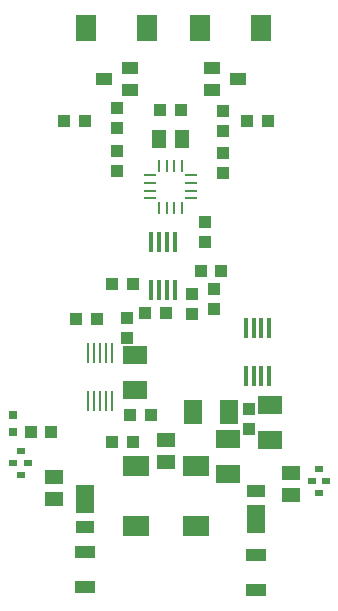
<source format=gbr>
G04 EAGLE Gerber RS-274X export*
G75*
%MOMM*%
%FSLAX34Y34*%
%LPD*%
%INSolderpaste Top*%
%IPPOS*%
%AMOC8*
5,1,8,0,0,1.08239X$1,22.5*%
G01*
%ADD10R,0.800000X0.800000*%
%ADD11R,1.000000X1.100000*%
%ADD12R,0.254000X1.066800*%
%ADD13R,1.066800X0.254000*%
%ADD14R,0.279400X1.778000*%
%ADD15R,0.431800X1.778000*%
%ADD16R,1.800000X2.200000*%
%ADD17R,1.400000X1.000000*%
%ADD18R,1.100000X1.000000*%
%ADD19R,1.300000X1.500000*%
%ADD20R,2.200000X1.800000*%
%ADD21R,1.800000X1.120000*%
%ADD22R,1.500000X1.050000*%
%ADD23R,1.500000X2.400000*%
%ADD24R,1.500000X1.300000*%
%ADD25R,0.800000X0.600000*%
%ADD26R,0.650000X0.600000*%
%ADD27R,1.500000X2.000000*%
%ADD28R,2.000000X1.500000*%


D10*
X96330Y268362D03*
X96330Y283362D03*
D11*
X111627Y268934D03*
X128627Y268934D03*
D12*
X239620Y493903D03*
X233120Y493903D03*
X226620Y493903D03*
X220120Y493903D03*
D13*
X212217Y486000D03*
X212217Y479500D03*
X212217Y473000D03*
X212217Y466500D03*
D12*
X220120Y458597D03*
X226620Y458597D03*
X233120Y458597D03*
X239620Y458597D03*
D13*
X247523Y466500D03*
X247523Y473000D03*
X247523Y479500D03*
X247523Y486000D03*
D14*
X180180Y335407D03*
X175180Y335407D03*
X170180Y335407D03*
X165180Y335407D03*
X160180Y335407D03*
X160180Y294513D03*
X165180Y294513D03*
X170180Y294513D03*
X175180Y294513D03*
X180180Y294513D03*
D15*
X293780Y316103D03*
X300280Y316103D03*
X306780Y316103D03*
X313280Y316103D03*
X313280Y356997D03*
X306780Y356997D03*
X300280Y356997D03*
X293780Y356997D03*
X233270Y429387D03*
X226770Y429387D03*
X220270Y429387D03*
X213770Y429387D03*
X213770Y388493D03*
X220270Y388493D03*
X226770Y388493D03*
X233270Y388493D03*
D16*
X306170Y610870D03*
X255170Y610870D03*
X158650Y610870D03*
X209650Y610870D03*
D11*
X312030Y532130D03*
X295030Y532130D03*
X140090Y532130D03*
X157090Y532130D03*
D17*
X286590Y567690D03*
X264590Y558190D03*
X264590Y577190D03*
X173150Y567690D03*
X195150Y577190D03*
X195150Y558190D03*
D18*
X238370Y541020D03*
X221370Y541020D03*
D11*
X184150Y543170D03*
X184150Y526170D03*
X274320Y523630D03*
X274320Y540630D03*
D19*
X220370Y516890D03*
X239370Y516890D03*
D11*
X274320Y488070D03*
X274320Y505070D03*
X184150Y489340D03*
X184150Y506340D03*
D20*
X200660Y189130D03*
X200660Y240130D03*
X251460Y240130D03*
X251460Y189130D03*
D21*
X157480Y167300D03*
X157480Y137500D03*
X302260Y164760D03*
X302260Y134960D03*
D22*
X157480Y187950D03*
D23*
X157480Y211700D03*
D22*
X302260Y218450D03*
D23*
X302260Y194700D03*
D24*
X130810Y211480D03*
X130810Y230480D03*
X226060Y243230D03*
X226060Y262230D03*
X331470Y215290D03*
X331470Y234290D03*
D25*
X102870Y232570D03*
X102870Y252570D03*
D26*
X109120Y242570D03*
X96620Y242570D03*
D25*
X355600Y217330D03*
X355600Y237330D03*
D26*
X361850Y227330D03*
X349350Y227330D03*
D27*
X279160Y285750D03*
X249160Y285750D03*
D28*
X278130Y262650D03*
X278130Y232650D03*
X313690Y291860D03*
X313690Y261860D03*
D11*
X295910Y287900D03*
X295910Y270900D03*
X272660Y405130D03*
X255660Y405130D03*
D18*
X266700Y389500D03*
X266700Y372500D03*
D11*
X259080Y446650D03*
X259080Y429650D03*
X247650Y385690D03*
X247650Y368690D03*
X197730Y393700D03*
X180730Y393700D03*
X225670Y369570D03*
X208670Y369570D03*
D18*
X167250Y364490D03*
X150250Y364490D03*
D28*
X199390Y333770D03*
X199390Y303770D03*
D18*
X195970Y283210D03*
X212970Y283210D03*
D11*
X197730Y260350D03*
X180730Y260350D03*
X193040Y348370D03*
X193040Y365370D03*
M02*

</source>
